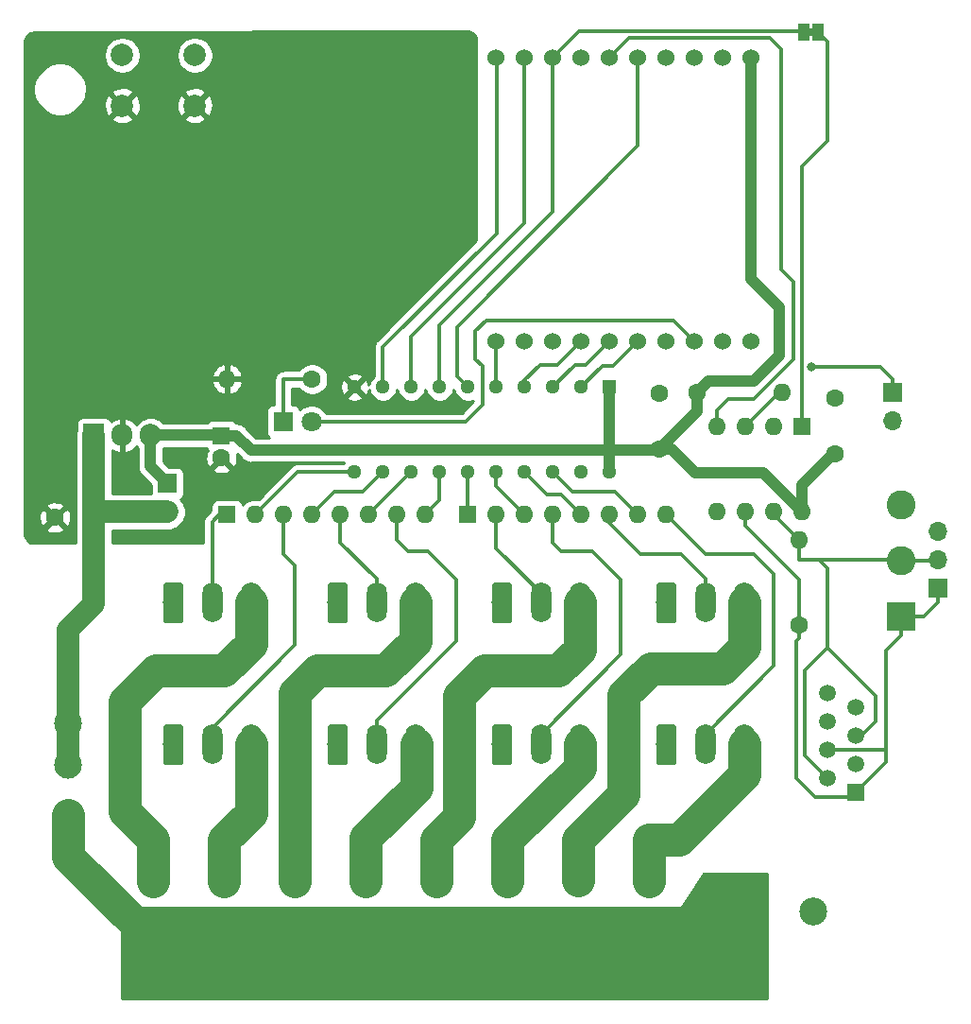
<source format=gbr>
G04 #@! TF.GenerationSoftware,KiCad,Pcbnew,(5.1.0)-1*
G04 #@! TF.CreationDate,2019-07-06T23:43:06-04:00*
G04 #@! TF.ProjectId,ESP32_Controller,45535033-325f-4436-9f6e-74726f6c6c65,v1.2*
G04 #@! TF.SameCoordinates,Original*
G04 #@! TF.FileFunction,Copper,L1,Top*
G04 #@! TF.FilePolarity,Positive*
%FSLAX46Y46*%
G04 Gerber Fmt 4.6, Leading zero omitted, Abs format (unit mm)*
G04 Created by KiCad (PCBNEW (5.1.0)-1) date 2019-07-06 23:43:06*
%MOMM*%
%LPD*%
G04 APERTURE LIST*
%ADD10C,0.100000*%
%ADD11R,1.000000X1.500000*%
%ADD12C,1.524000*%
%ADD13O,1.700000X1.700000*%
%ADD14R,1.700000X1.700000*%
%ADD15C,1.500000*%
%ADD16R,1.500000X1.500000*%
%ADD17O,1.600000X1.600000*%
%ADD18C,1.600000*%
%ADD19C,1.800000*%
%ADD20R,1.800000X1.800000*%
%ADD21C,2.000000*%
%ADD22R,1.600000X1.600000*%
%ADD23C,2.600000*%
%ADD24R,2.600000X2.600000*%
%ADD25O,1.905000X2.000000*%
%ADD26R,1.905000X2.000000*%
%ADD27O,3.500000X3.500000*%
%ADD28O,1.800000X3.600000*%
%ADD29C,2.475000*%
%ADD30C,1.295400*%
%ADD31R,1.295400X1.295400*%
%ADD32C,2.500000*%
%ADD33R,2.500000X2.500000*%
%ADD34C,0.800000*%
%ADD35C,3.000000*%
%ADD36C,1.000000*%
%ADD37C,2.000000*%
%ADD38C,0.350000*%
%ADD39C,0.254000*%
G04 APERTURE END LIST*
D10*
G36*
X187458400Y-46489900D02*
G01*
X186958400Y-46489900D01*
X186958400Y-45889900D01*
X187458400Y-45889900D01*
X187458400Y-46489900D01*
G37*
D11*
X186558400Y-46189900D03*
X187858400Y-46189900D03*
D12*
X181864000Y-73863200D03*
X179324000Y-73863200D03*
X176784000Y-73863200D03*
X174244000Y-73863200D03*
X171704000Y-73863200D03*
X169164000Y-73863200D03*
X166624000Y-73863200D03*
X164084000Y-73863200D03*
X161544000Y-73863200D03*
X159004000Y-73863200D03*
X159004000Y-48463200D03*
X161544000Y-48463200D03*
X164084000Y-48463200D03*
X166624000Y-48463200D03*
X169164000Y-48463200D03*
X171704000Y-48463200D03*
X174244000Y-48463200D03*
X176784000Y-48463200D03*
X179324000Y-48463200D03*
X181864000Y-48463200D03*
D13*
X198628000Y-90932000D03*
X198628000Y-93472000D03*
D14*
X198628000Y-96012000D03*
D15*
X188722000Y-105410000D03*
X191262000Y-106680000D03*
X188722000Y-107950000D03*
X191262000Y-109220000D03*
X188722000Y-110490000D03*
X191262000Y-111760000D03*
X188722000Y-113030000D03*
D16*
X191262000Y-114300000D03*
D17*
X184658000Y-78486000D03*
D18*
X177038000Y-78486000D03*
D19*
X142443200Y-81076800D03*
D20*
X139903200Y-81076800D03*
D17*
X134874000Y-77254100D03*
D18*
X142494000Y-77254100D03*
D14*
X194564000Y-78486000D03*
D13*
X194564000Y-81026000D03*
D21*
X125476000Y-52760000D03*
X125476000Y-48260000D03*
X131976000Y-52760000D03*
X131976000Y-48260000D03*
D17*
X186436000Y-89154000D03*
X178816000Y-81534000D03*
X183896000Y-89154000D03*
X181356000Y-81534000D03*
X181356000Y-89154000D03*
X183896000Y-81534000D03*
X178816000Y-89154000D03*
D22*
X186436000Y-81534000D03*
D17*
X186182000Y-91694000D03*
D18*
X186182000Y-99314000D03*
D23*
X195326000Y-88552000D03*
X195326000Y-93552000D03*
D24*
X195326000Y-98552000D03*
D18*
X189357000Y-78947000D03*
X189357000Y-83947000D03*
D25*
X128016000Y-82296000D03*
X125476000Y-82296000D03*
D26*
X122936000Y-82296000D03*
D27*
X125476000Y-65636000D03*
D28*
X137048000Y-109982000D03*
X133548000Y-109982000D03*
D10*
G36*
X130722504Y-108183204D02*
G01*
X130746773Y-108186804D01*
X130770571Y-108192765D01*
X130793671Y-108201030D01*
X130815849Y-108211520D01*
X130836893Y-108224133D01*
X130856598Y-108238747D01*
X130874777Y-108255223D01*
X130891253Y-108273402D01*
X130905867Y-108293107D01*
X130918480Y-108314151D01*
X130928970Y-108336329D01*
X130937235Y-108359429D01*
X130943196Y-108383227D01*
X130946796Y-108407496D01*
X130948000Y-108432000D01*
X130948000Y-111532000D01*
X130946796Y-111556504D01*
X130943196Y-111580773D01*
X130937235Y-111604571D01*
X130928970Y-111627671D01*
X130918480Y-111649849D01*
X130905867Y-111670893D01*
X130891253Y-111690598D01*
X130874777Y-111708777D01*
X130856598Y-111725253D01*
X130836893Y-111739867D01*
X130815849Y-111752480D01*
X130793671Y-111762970D01*
X130770571Y-111771235D01*
X130746773Y-111777196D01*
X130722504Y-111780796D01*
X130698000Y-111782000D01*
X129398000Y-111782000D01*
X129373496Y-111780796D01*
X129349227Y-111777196D01*
X129325429Y-111771235D01*
X129302329Y-111762970D01*
X129280151Y-111752480D01*
X129259107Y-111739867D01*
X129239402Y-111725253D01*
X129221223Y-111708777D01*
X129204747Y-111690598D01*
X129190133Y-111670893D01*
X129177520Y-111649849D01*
X129167030Y-111627671D01*
X129158765Y-111604571D01*
X129152804Y-111580773D01*
X129149204Y-111556504D01*
X129148000Y-111532000D01*
X129148000Y-108432000D01*
X129149204Y-108407496D01*
X129152804Y-108383227D01*
X129158765Y-108359429D01*
X129167030Y-108336329D01*
X129177520Y-108314151D01*
X129190133Y-108293107D01*
X129204747Y-108273402D01*
X129221223Y-108255223D01*
X129239402Y-108238747D01*
X129259107Y-108224133D01*
X129280151Y-108211520D01*
X129302329Y-108201030D01*
X129325429Y-108192765D01*
X129349227Y-108186804D01*
X129373496Y-108183204D01*
X129398000Y-108182000D01*
X130698000Y-108182000D01*
X130722504Y-108183204D01*
X130722504Y-108183204D01*
G37*
D19*
X130048000Y-109982000D03*
D28*
X166512000Y-109982000D03*
X163012000Y-109982000D03*
D10*
G36*
X160186504Y-108183204D02*
G01*
X160210773Y-108186804D01*
X160234571Y-108192765D01*
X160257671Y-108201030D01*
X160279849Y-108211520D01*
X160300893Y-108224133D01*
X160320598Y-108238747D01*
X160338777Y-108255223D01*
X160355253Y-108273402D01*
X160369867Y-108293107D01*
X160382480Y-108314151D01*
X160392970Y-108336329D01*
X160401235Y-108359429D01*
X160407196Y-108383227D01*
X160410796Y-108407496D01*
X160412000Y-108432000D01*
X160412000Y-111532000D01*
X160410796Y-111556504D01*
X160407196Y-111580773D01*
X160401235Y-111604571D01*
X160392970Y-111627671D01*
X160382480Y-111649849D01*
X160369867Y-111670893D01*
X160355253Y-111690598D01*
X160338777Y-111708777D01*
X160320598Y-111725253D01*
X160300893Y-111739867D01*
X160279849Y-111752480D01*
X160257671Y-111762970D01*
X160234571Y-111771235D01*
X160210773Y-111777196D01*
X160186504Y-111780796D01*
X160162000Y-111782000D01*
X158862000Y-111782000D01*
X158837496Y-111780796D01*
X158813227Y-111777196D01*
X158789429Y-111771235D01*
X158766329Y-111762970D01*
X158744151Y-111752480D01*
X158723107Y-111739867D01*
X158703402Y-111725253D01*
X158685223Y-111708777D01*
X158668747Y-111690598D01*
X158654133Y-111670893D01*
X158641520Y-111649849D01*
X158631030Y-111627671D01*
X158622765Y-111604571D01*
X158616804Y-111580773D01*
X158613204Y-111556504D01*
X158612000Y-111532000D01*
X158612000Y-108432000D01*
X158613204Y-108407496D01*
X158616804Y-108383227D01*
X158622765Y-108359429D01*
X158631030Y-108336329D01*
X158641520Y-108314151D01*
X158654133Y-108293107D01*
X158668747Y-108273402D01*
X158685223Y-108255223D01*
X158703402Y-108238747D01*
X158723107Y-108224133D01*
X158744151Y-108211520D01*
X158766329Y-108201030D01*
X158789429Y-108192765D01*
X158813227Y-108186804D01*
X158837496Y-108183204D01*
X158862000Y-108182000D01*
X160162000Y-108182000D01*
X160186504Y-108183204D01*
X160186504Y-108183204D01*
G37*
D19*
X159512000Y-109982000D03*
D28*
X151780000Y-109982000D03*
X148280000Y-109982000D03*
D10*
G36*
X145454504Y-108183204D02*
G01*
X145478773Y-108186804D01*
X145502571Y-108192765D01*
X145525671Y-108201030D01*
X145547849Y-108211520D01*
X145568893Y-108224133D01*
X145588598Y-108238747D01*
X145606777Y-108255223D01*
X145623253Y-108273402D01*
X145637867Y-108293107D01*
X145650480Y-108314151D01*
X145660970Y-108336329D01*
X145669235Y-108359429D01*
X145675196Y-108383227D01*
X145678796Y-108407496D01*
X145680000Y-108432000D01*
X145680000Y-111532000D01*
X145678796Y-111556504D01*
X145675196Y-111580773D01*
X145669235Y-111604571D01*
X145660970Y-111627671D01*
X145650480Y-111649849D01*
X145637867Y-111670893D01*
X145623253Y-111690598D01*
X145606777Y-111708777D01*
X145588598Y-111725253D01*
X145568893Y-111739867D01*
X145547849Y-111752480D01*
X145525671Y-111762970D01*
X145502571Y-111771235D01*
X145478773Y-111777196D01*
X145454504Y-111780796D01*
X145430000Y-111782000D01*
X144130000Y-111782000D01*
X144105496Y-111780796D01*
X144081227Y-111777196D01*
X144057429Y-111771235D01*
X144034329Y-111762970D01*
X144012151Y-111752480D01*
X143991107Y-111739867D01*
X143971402Y-111725253D01*
X143953223Y-111708777D01*
X143936747Y-111690598D01*
X143922133Y-111670893D01*
X143909520Y-111649849D01*
X143899030Y-111627671D01*
X143890765Y-111604571D01*
X143884804Y-111580773D01*
X143881204Y-111556504D01*
X143880000Y-111532000D01*
X143880000Y-108432000D01*
X143881204Y-108407496D01*
X143884804Y-108383227D01*
X143890765Y-108359429D01*
X143899030Y-108336329D01*
X143909520Y-108314151D01*
X143922133Y-108293107D01*
X143936747Y-108273402D01*
X143953223Y-108255223D01*
X143971402Y-108238747D01*
X143991107Y-108224133D01*
X144012151Y-108211520D01*
X144034329Y-108201030D01*
X144057429Y-108192765D01*
X144081227Y-108186804D01*
X144105496Y-108183204D01*
X144130000Y-108182000D01*
X145430000Y-108182000D01*
X145454504Y-108183204D01*
X145454504Y-108183204D01*
G37*
D19*
X144780000Y-109982000D03*
D28*
X181244000Y-109982000D03*
X177744000Y-109982000D03*
D10*
G36*
X174918504Y-108183204D02*
G01*
X174942773Y-108186804D01*
X174966571Y-108192765D01*
X174989671Y-108201030D01*
X175011849Y-108211520D01*
X175032893Y-108224133D01*
X175052598Y-108238747D01*
X175070777Y-108255223D01*
X175087253Y-108273402D01*
X175101867Y-108293107D01*
X175114480Y-108314151D01*
X175124970Y-108336329D01*
X175133235Y-108359429D01*
X175139196Y-108383227D01*
X175142796Y-108407496D01*
X175144000Y-108432000D01*
X175144000Y-111532000D01*
X175142796Y-111556504D01*
X175139196Y-111580773D01*
X175133235Y-111604571D01*
X175124970Y-111627671D01*
X175114480Y-111649849D01*
X175101867Y-111670893D01*
X175087253Y-111690598D01*
X175070777Y-111708777D01*
X175052598Y-111725253D01*
X175032893Y-111739867D01*
X175011849Y-111752480D01*
X174989671Y-111762970D01*
X174966571Y-111771235D01*
X174942773Y-111777196D01*
X174918504Y-111780796D01*
X174894000Y-111782000D01*
X173594000Y-111782000D01*
X173569496Y-111780796D01*
X173545227Y-111777196D01*
X173521429Y-111771235D01*
X173498329Y-111762970D01*
X173476151Y-111752480D01*
X173455107Y-111739867D01*
X173435402Y-111725253D01*
X173417223Y-111708777D01*
X173400747Y-111690598D01*
X173386133Y-111670893D01*
X173373520Y-111649849D01*
X173363030Y-111627671D01*
X173354765Y-111604571D01*
X173348804Y-111580773D01*
X173345204Y-111556504D01*
X173344000Y-111532000D01*
X173344000Y-108432000D01*
X173345204Y-108407496D01*
X173348804Y-108383227D01*
X173354765Y-108359429D01*
X173363030Y-108336329D01*
X173373520Y-108314151D01*
X173386133Y-108293107D01*
X173400747Y-108273402D01*
X173417223Y-108255223D01*
X173435402Y-108238747D01*
X173455107Y-108224133D01*
X173476151Y-108211520D01*
X173498329Y-108201030D01*
X173521429Y-108192765D01*
X173545227Y-108186804D01*
X173569496Y-108183204D01*
X173594000Y-108182000D01*
X174894000Y-108182000D01*
X174918504Y-108183204D01*
X174918504Y-108183204D01*
G37*
D19*
X174244000Y-109982000D03*
D17*
X174244000Y-89408000D03*
X171704000Y-89408000D03*
X169164000Y-89408000D03*
X166624000Y-89408000D03*
X164084000Y-89408000D03*
X161544000Y-89408000D03*
X159004000Y-89408000D03*
D22*
X156464000Y-89408000D03*
D17*
X152654000Y-89408000D03*
X150114000Y-89408000D03*
X147574000Y-89408000D03*
X145034000Y-89408000D03*
X142494000Y-89408000D03*
X139954000Y-89408000D03*
X137414000Y-89408000D03*
D22*
X134874000Y-89408000D03*
D18*
X173609000Y-78566000D03*
X173609000Y-83566000D03*
X119436000Y-89662000D03*
D22*
X122936000Y-89662000D03*
D29*
X120650000Y-108096000D03*
X120650000Y-119996000D03*
X120650000Y-111796000D03*
X120650000Y-116296000D03*
D13*
X129540000Y-89154000D03*
D14*
X129540000Y-86614000D03*
D30*
X169164000Y-85598000D03*
X166624000Y-85598000D03*
X164084000Y-85598000D03*
X161544000Y-85598000D03*
X159004000Y-85598000D03*
X156464000Y-85598000D03*
X153924000Y-85598000D03*
X151384000Y-85598000D03*
X148844000Y-85598000D03*
X146304000Y-85598000D03*
X146304000Y-77978000D03*
X148844000Y-77978000D03*
X151384000Y-77978000D03*
X153924000Y-77978000D03*
X156464000Y-77978000D03*
X159004000Y-77978000D03*
X161544000Y-77978000D03*
X164084000Y-77978000D03*
X166624000Y-77978000D03*
D31*
X169164000Y-77978000D03*
D29*
X128270000Y-118510000D03*
X128270000Y-130410000D03*
X128270000Y-122210000D03*
X128270000Y-126710000D03*
D28*
X181244000Y-97282000D03*
X177744000Y-97282000D03*
D10*
G36*
X174918504Y-95483204D02*
G01*
X174942773Y-95486804D01*
X174966571Y-95492765D01*
X174989671Y-95501030D01*
X175011849Y-95511520D01*
X175032893Y-95524133D01*
X175052598Y-95538747D01*
X175070777Y-95555223D01*
X175087253Y-95573402D01*
X175101867Y-95593107D01*
X175114480Y-95614151D01*
X175124970Y-95636329D01*
X175133235Y-95659429D01*
X175139196Y-95683227D01*
X175142796Y-95707496D01*
X175144000Y-95732000D01*
X175144000Y-98832000D01*
X175142796Y-98856504D01*
X175139196Y-98880773D01*
X175133235Y-98904571D01*
X175124970Y-98927671D01*
X175114480Y-98949849D01*
X175101867Y-98970893D01*
X175087253Y-98990598D01*
X175070777Y-99008777D01*
X175052598Y-99025253D01*
X175032893Y-99039867D01*
X175011849Y-99052480D01*
X174989671Y-99062970D01*
X174966571Y-99071235D01*
X174942773Y-99077196D01*
X174918504Y-99080796D01*
X174894000Y-99082000D01*
X173594000Y-99082000D01*
X173569496Y-99080796D01*
X173545227Y-99077196D01*
X173521429Y-99071235D01*
X173498329Y-99062970D01*
X173476151Y-99052480D01*
X173455107Y-99039867D01*
X173435402Y-99025253D01*
X173417223Y-99008777D01*
X173400747Y-98990598D01*
X173386133Y-98970893D01*
X173373520Y-98949849D01*
X173363030Y-98927671D01*
X173354765Y-98904571D01*
X173348804Y-98880773D01*
X173345204Y-98856504D01*
X173344000Y-98832000D01*
X173344000Y-95732000D01*
X173345204Y-95707496D01*
X173348804Y-95683227D01*
X173354765Y-95659429D01*
X173363030Y-95636329D01*
X173373520Y-95614151D01*
X173386133Y-95593107D01*
X173400747Y-95573402D01*
X173417223Y-95555223D01*
X173435402Y-95538747D01*
X173455107Y-95524133D01*
X173476151Y-95511520D01*
X173498329Y-95501030D01*
X173521429Y-95492765D01*
X173545227Y-95486804D01*
X173569496Y-95483204D01*
X173594000Y-95482000D01*
X174894000Y-95482000D01*
X174918504Y-95483204D01*
X174918504Y-95483204D01*
G37*
D19*
X174244000Y-97282000D03*
D29*
X172720000Y-118510000D03*
X172720000Y-130410000D03*
X172720000Y-122210000D03*
X172720000Y-126710000D03*
X166370000Y-118510000D03*
X166370000Y-130410000D03*
X166370000Y-122210000D03*
X166370000Y-126710000D03*
X160020000Y-118510000D03*
X160020000Y-130410000D03*
X160020000Y-122210000D03*
X160020000Y-126710000D03*
X153670000Y-118510000D03*
X153670000Y-130410000D03*
X153670000Y-122210000D03*
X153670000Y-126710000D03*
X147320000Y-118510000D03*
X147320000Y-130410000D03*
X147320000Y-122210000D03*
X147320000Y-126710000D03*
X140970000Y-118510000D03*
X140970000Y-130410000D03*
X140970000Y-122210000D03*
X140970000Y-126710000D03*
X134620000Y-118510000D03*
X134620000Y-130410000D03*
X134620000Y-122210000D03*
X134620000Y-126710000D03*
D32*
X187452000Y-124968000D03*
D33*
X181102000Y-124968000D03*
D28*
X166512000Y-97282000D03*
X163012000Y-97282000D03*
D10*
G36*
X160186504Y-95483204D02*
G01*
X160210773Y-95486804D01*
X160234571Y-95492765D01*
X160257671Y-95501030D01*
X160279849Y-95511520D01*
X160300893Y-95524133D01*
X160320598Y-95538747D01*
X160338777Y-95555223D01*
X160355253Y-95573402D01*
X160369867Y-95593107D01*
X160382480Y-95614151D01*
X160392970Y-95636329D01*
X160401235Y-95659429D01*
X160407196Y-95683227D01*
X160410796Y-95707496D01*
X160412000Y-95732000D01*
X160412000Y-98832000D01*
X160410796Y-98856504D01*
X160407196Y-98880773D01*
X160401235Y-98904571D01*
X160392970Y-98927671D01*
X160382480Y-98949849D01*
X160369867Y-98970893D01*
X160355253Y-98990598D01*
X160338777Y-99008777D01*
X160320598Y-99025253D01*
X160300893Y-99039867D01*
X160279849Y-99052480D01*
X160257671Y-99062970D01*
X160234571Y-99071235D01*
X160210773Y-99077196D01*
X160186504Y-99080796D01*
X160162000Y-99082000D01*
X158862000Y-99082000D01*
X158837496Y-99080796D01*
X158813227Y-99077196D01*
X158789429Y-99071235D01*
X158766329Y-99062970D01*
X158744151Y-99052480D01*
X158723107Y-99039867D01*
X158703402Y-99025253D01*
X158685223Y-99008777D01*
X158668747Y-98990598D01*
X158654133Y-98970893D01*
X158641520Y-98949849D01*
X158631030Y-98927671D01*
X158622765Y-98904571D01*
X158616804Y-98880773D01*
X158613204Y-98856504D01*
X158612000Y-98832000D01*
X158612000Y-95732000D01*
X158613204Y-95707496D01*
X158616804Y-95683227D01*
X158622765Y-95659429D01*
X158631030Y-95636329D01*
X158641520Y-95614151D01*
X158654133Y-95593107D01*
X158668747Y-95573402D01*
X158685223Y-95555223D01*
X158703402Y-95538747D01*
X158723107Y-95524133D01*
X158744151Y-95511520D01*
X158766329Y-95501030D01*
X158789429Y-95492765D01*
X158813227Y-95486804D01*
X158837496Y-95483204D01*
X158862000Y-95482000D01*
X160162000Y-95482000D01*
X160186504Y-95483204D01*
X160186504Y-95483204D01*
G37*
D19*
X159512000Y-97282000D03*
D28*
X151780000Y-97282000D03*
X148280000Y-97282000D03*
D10*
G36*
X145454504Y-95483204D02*
G01*
X145478773Y-95486804D01*
X145502571Y-95492765D01*
X145525671Y-95501030D01*
X145547849Y-95511520D01*
X145568893Y-95524133D01*
X145588598Y-95538747D01*
X145606777Y-95555223D01*
X145623253Y-95573402D01*
X145637867Y-95593107D01*
X145650480Y-95614151D01*
X145660970Y-95636329D01*
X145669235Y-95659429D01*
X145675196Y-95683227D01*
X145678796Y-95707496D01*
X145680000Y-95732000D01*
X145680000Y-98832000D01*
X145678796Y-98856504D01*
X145675196Y-98880773D01*
X145669235Y-98904571D01*
X145660970Y-98927671D01*
X145650480Y-98949849D01*
X145637867Y-98970893D01*
X145623253Y-98990598D01*
X145606777Y-99008777D01*
X145588598Y-99025253D01*
X145568893Y-99039867D01*
X145547849Y-99052480D01*
X145525671Y-99062970D01*
X145502571Y-99071235D01*
X145478773Y-99077196D01*
X145454504Y-99080796D01*
X145430000Y-99082000D01*
X144130000Y-99082000D01*
X144105496Y-99080796D01*
X144081227Y-99077196D01*
X144057429Y-99071235D01*
X144034329Y-99062970D01*
X144012151Y-99052480D01*
X143991107Y-99039867D01*
X143971402Y-99025253D01*
X143953223Y-99008777D01*
X143936747Y-98990598D01*
X143922133Y-98970893D01*
X143909520Y-98949849D01*
X143899030Y-98927671D01*
X143890765Y-98904571D01*
X143884804Y-98880773D01*
X143881204Y-98856504D01*
X143880000Y-98832000D01*
X143880000Y-95732000D01*
X143881204Y-95707496D01*
X143884804Y-95683227D01*
X143890765Y-95659429D01*
X143899030Y-95636329D01*
X143909520Y-95614151D01*
X143922133Y-95593107D01*
X143936747Y-95573402D01*
X143953223Y-95555223D01*
X143971402Y-95538747D01*
X143991107Y-95524133D01*
X144012151Y-95511520D01*
X144034329Y-95501030D01*
X144057429Y-95492765D01*
X144081227Y-95486804D01*
X144105496Y-95483204D01*
X144130000Y-95482000D01*
X145430000Y-95482000D01*
X145454504Y-95483204D01*
X145454504Y-95483204D01*
G37*
D19*
X144780000Y-97282000D03*
D28*
X137048000Y-97282000D03*
X133548000Y-97282000D03*
D10*
G36*
X130722504Y-95483204D02*
G01*
X130746773Y-95486804D01*
X130770571Y-95492765D01*
X130793671Y-95501030D01*
X130815849Y-95511520D01*
X130836893Y-95524133D01*
X130856598Y-95538747D01*
X130874777Y-95555223D01*
X130891253Y-95573402D01*
X130905867Y-95593107D01*
X130918480Y-95614151D01*
X130928970Y-95636329D01*
X130937235Y-95659429D01*
X130943196Y-95683227D01*
X130946796Y-95707496D01*
X130948000Y-95732000D01*
X130948000Y-98832000D01*
X130946796Y-98856504D01*
X130943196Y-98880773D01*
X130937235Y-98904571D01*
X130928970Y-98927671D01*
X130918480Y-98949849D01*
X130905867Y-98970893D01*
X130891253Y-98990598D01*
X130874777Y-99008777D01*
X130856598Y-99025253D01*
X130836893Y-99039867D01*
X130815849Y-99052480D01*
X130793671Y-99062970D01*
X130770571Y-99071235D01*
X130746773Y-99077196D01*
X130722504Y-99080796D01*
X130698000Y-99082000D01*
X129398000Y-99082000D01*
X129373496Y-99080796D01*
X129349227Y-99077196D01*
X129325429Y-99071235D01*
X129302329Y-99062970D01*
X129280151Y-99052480D01*
X129259107Y-99039867D01*
X129239402Y-99025253D01*
X129221223Y-99008777D01*
X129204747Y-98990598D01*
X129190133Y-98970893D01*
X129177520Y-98949849D01*
X129167030Y-98927671D01*
X129158765Y-98904571D01*
X129152804Y-98880773D01*
X129149204Y-98856504D01*
X129148000Y-98832000D01*
X129148000Y-95732000D01*
X129149204Y-95707496D01*
X129152804Y-95683227D01*
X129158765Y-95659429D01*
X129167030Y-95636329D01*
X129177520Y-95614151D01*
X129190133Y-95593107D01*
X129204747Y-95573402D01*
X129221223Y-95555223D01*
X129239402Y-95538747D01*
X129259107Y-95524133D01*
X129280151Y-95511520D01*
X129302329Y-95501030D01*
X129325429Y-95492765D01*
X129349227Y-95486804D01*
X129373496Y-95483204D01*
X129398000Y-95482000D01*
X130698000Y-95482000D01*
X130722504Y-95483204D01*
X130722504Y-95483204D01*
G37*
D19*
X130048000Y-97282000D03*
D18*
X134366000Y-84328000D03*
D22*
X134366000Y-82328000D03*
D34*
X121285000Y-61595000D03*
X122555000Y-61595000D03*
X123825000Y-61595000D03*
X129540000Y-61595000D03*
X128270000Y-61595000D03*
X127000000Y-61595000D03*
X121285000Y-63500000D03*
X122555000Y-63500000D03*
X129540000Y-63500000D03*
X128270000Y-63500000D03*
X121285000Y-64770000D03*
X122555000Y-64770000D03*
X121285000Y-66040000D03*
X121285000Y-67310000D03*
X121285000Y-68580000D03*
X122555000Y-66040000D03*
X122555000Y-67310000D03*
X122555000Y-68580000D03*
X128270000Y-64770000D03*
X129540000Y-64770000D03*
X129540000Y-66040000D03*
X128270000Y-66040000D03*
X128270000Y-67310000D03*
X129540000Y-67310000D03*
X129540000Y-68580000D03*
X128270000Y-68580000D03*
X121285000Y-76200000D03*
X122555000Y-76200000D03*
X123825000Y-76200000D03*
X127000000Y-76200000D03*
X128270000Y-76200000D03*
X129540000Y-76200000D03*
X129540000Y-74930000D03*
X128270000Y-74930000D03*
X127000000Y-74930000D03*
X123825000Y-74930000D03*
X122555000Y-74930000D03*
X121285000Y-74930000D03*
X121285000Y-73660000D03*
X122555000Y-73660000D03*
X123825000Y-73660000D03*
X123825000Y-72390000D03*
X122555000Y-72390000D03*
X121285000Y-72390000D03*
X121285000Y-71120000D03*
X122555000Y-71120000D03*
X123825000Y-71120000D03*
X127000000Y-71120000D03*
X128270000Y-71120000D03*
X129540000Y-71120000D03*
X129540000Y-72390000D03*
X129540000Y-73660000D03*
X128270000Y-73660000D03*
X128270000Y-72390000D03*
X127000000Y-72390000D03*
X127000000Y-73660000D03*
X129540000Y-69850000D03*
X128270000Y-69850000D03*
X127000000Y-69850000D03*
X123825000Y-69850000D03*
X122555000Y-69850000D03*
X121285000Y-69850000D03*
X187248800Y-76149200D03*
D35*
X120650000Y-119996000D02*
X120650000Y-116296000D01*
X127364000Y-126710000D02*
X128270000Y-126710000D01*
X120650000Y-119996000D02*
X127364000Y-126710000D01*
D36*
X128016000Y-85090000D02*
X129540000Y-86614000D01*
X128016000Y-82296000D02*
X128016000Y-85090000D01*
X134334000Y-82296000D02*
X134366000Y-82328000D01*
X128016000Y-82296000D02*
X134334000Y-82296000D01*
X186436000Y-86741000D02*
X189230000Y-83947000D01*
X186436000Y-89154000D02*
X186436000Y-86741000D01*
X178054000Y-77470000D02*
X177038000Y-78486000D01*
X182118000Y-77470000D02*
X178054000Y-77470000D01*
X184404000Y-75184000D02*
X182118000Y-77470000D01*
X184404000Y-70866000D02*
X184404000Y-75184000D01*
X181864000Y-48514000D02*
X181864000Y-68326000D01*
X181864000Y-68326000D02*
X184404000Y-70866000D01*
X169164000Y-83617033D02*
X169164000Y-85598000D01*
X137007833Y-83617033D02*
X169164000Y-83617033D01*
X134366000Y-82328000D02*
X135718800Y-82328000D01*
X135718800Y-82328000D02*
X137007833Y-83617033D01*
X169164000Y-79625700D02*
X169164000Y-83617033D01*
X169164000Y-77978000D02*
X169164000Y-79625700D01*
X169164000Y-83617033D02*
X173025033Y-83617033D01*
X177038000Y-80137000D02*
X173609000Y-83566000D01*
X177038000Y-78486000D02*
X177038000Y-80137000D01*
X182943500Y-85661500D02*
X186436000Y-89154000D01*
X176835870Y-85661500D02*
X182943500Y-85661500D01*
X173609000Y-83566000D02*
X174740370Y-83566000D01*
X174740370Y-83566000D02*
X176835870Y-85661500D01*
D35*
X128270000Y-118510000D02*
X128270000Y-122210000D01*
X137048000Y-100950000D02*
X137048000Y-97282000D01*
X134620000Y-103378000D02*
X137048000Y-100950000D01*
X128524000Y-103378000D02*
X134620000Y-103378000D01*
X125730000Y-106172000D02*
X128524000Y-103378000D01*
X128270000Y-118510000D02*
X125730000Y-115970000D01*
X125730000Y-115970000D02*
X125730000Y-106172000D01*
X134620000Y-122210000D02*
X134620000Y-118510000D01*
X137048000Y-116082000D02*
X137048000Y-109982000D01*
X134620000Y-118510000D02*
X137048000Y-116082000D01*
X151780000Y-100696000D02*
X151780000Y-97282000D01*
X149098000Y-103378000D02*
X151780000Y-100696000D01*
X143002000Y-103378000D02*
X149098000Y-103378000D01*
X140970000Y-122210000D02*
X140970000Y-118510000D01*
X140970000Y-105410000D02*
X143002000Y-103378000D01*
X140970000Y-118510000D02*
X140970000Y-105410000D01*
X147320000Y-122210000D02*
X147320000Y-118510000D01*
X151836000Y-113848000D02*
X151836000Y-109982000D01*
X147320000Y-118510000D02*
X147320000Y-118364000D01*
X147320000Y-118364000D02*
X151836000Y-113848000D01*
X160020000Y-122210000D02*
X160020000Y-118510000D01*
X166512000Y-112018000D02*
X166512000Y-109982000D01*
X160020000Y-118510000D02*
X166512000Y-112018000D01*
X166370000Y-122174000D02*
X166370000Y-118474000D01*
X181244000Y-101229400D02*
X181244000Y-97282000D01*
X179298600Y-103174800D02*
X181244000Y-101229400D01*
X172831301Y-103174800D02*
X179298600Y-103174800D01*
X170434000Y-105572101D02*
X172831301Y-103174800D01*
X166370000Y-118474000D02*
X170434000Y-114410000D01*
X170434000Y-114410000D02*
X170434000Y-105572101D01*
X172720000Y-122210000D02*
X172720000Y-118510000D01*
X181244000Y-112634000D02*
X181244000Y-109982000D01*
X172720000Y-118510000D02*
X175368000Y-118510000D01*
X175368000Y-118510000D02*
X181244000Y-112634000D01*
D37*
X123444000Y-89154000D02*
X122936000Y-89662000D01*
X129540000Y-89154000D02*
X123444000Y-89154000D01*
X120650000Y-111796000D02*
X120650000Y-108096000D01*
X122936000Y-82296000D02*
X122936000Y-89662000D01*
X122936000Y-97409000D02*
X122936000Y-89662000D01*
X120650000Y-108096000D02*
X120650000Y-99695000D01*
X120650000Y-99695000D02*
X122936000Y-97409000D01*
D38*
X144526000Y-87376000D02*
X142494000Y-89408000D01*
X148844000Y-85598000D02*
X147066000Y-87376000D01*
X147066000Y-87376000D02*
X144526000Y-87376000D01*
X141224000Y-85598000D02*
X137414000Y-89408000D01*
X146304000Y-85598000D02*
X141224000Y-85598000D01*
X159004000Y-86868000D02*
X161544000Y-89408000D01*
X159004000Y-85598000D02*
X159004000Y-86868000D01*
X156464000Y-88258000D02*
X156464000Y-85598000D01*
X156464000Y-89408000D02*
X156464000Y-88258000D01*
X153924000Y-88138000D02*
X153924000Y-85598000D01*
X152654000Y-89408000D02*
X153924000Y-88138000D01*
X151384000Y-85598000D02*
X147574000Y-89408000D01*
X165862000Y-87376000D02*
X164084000Y-85598000D01*
X171704000Y-89408000D02*
X169672000Y-87376000D01*
X169672000Y-87376000D02*
X165862000Y-87376000D01*
X164846000Y-87630000D02*
X166624000Y-89408000D01*
X161544000Y-85598000D02*
X163576000Y-87630000D01*
X163576000Y-87630000D02*
X164846000Y-87630000D01*
X139954000Y-81026000D02*
X139903200Y-81076800D01*
X139903200Y-81076800D02*
X139903200Y-77304900D01*
X139954000Y-77254100D02*
X139903200Y-77304900D01*
X142494000Y-77254100D02*
X139954000Y-77254100D01*
X159016700Y-48475900D02*
X159004000Y-48463200D01*
X159016700Y-64185800D02*
X159016700Y-48475900D01*
X148844000Y-77978000D02*
X148844000Y-74358500D01*
X148844000Y-74358500D02*
X159016700Y-64185800D01*
X183896000Y-89408000D02*
X186182000Y-91694000D01*
X183896000Y-89154000D02*
X183896000Y-89408000D01*
X195326000Y-93806000D02*
X195119000Y-93599000D01*
X186182000Y-93472000D02*
X186182000Y-91694000D01*
X187960000Y-93472000D02*
X186182000Y-93472000D01*
X193407523Y-93472000D02*
X187960000Y-93472000D01*
X195326000Y-93552000D02*
X195246000Y-93472000D01*
X195246000Y-93472000D02*
X193407523Y-93472000D01*
X198548000Y-93552000D02*
X198628000Y-93472000D01*
X195326000Y-93552000D02*
X198548000Y-93552000D01*
X188722000Y-94234000D02*
X187960000Y-93472000D01*
X188722000Y-100838000D02*
X188722000Y-94234000D01*
X188722000Y-101346000D02*
X188722000Y-100838000D01*
X193040000Y-105664000D02*
X188722000Y-101346000D01*
X193040000Y-107950000D02*
X193040000Y-105664000D01*
X191262000Y-109220000D02*
X191770000Y-109220000D01*
X191770000Y-109220000D02*
X193040000Y-107950000D01*
X186690000Y-103378000D02*
X188722000Y-101346000D01*
X188722000Y-113030000D02*
X186690000Y-110998000D01*
X186690000Y-110998000D02*
X186690000Y-103378000D01*
X181356000Y-89154000D02*
X181356000Y-90424000D01*
X186182000Y-95250000D02*
X186182000Y-99314000D01*
X181356000Y-90424000D02*
X186182000Y-95250000D01*
X195326000Y-98806000D02*
X194818000Y-99314000D01*
X198628000Y-97212000D02*
X198628000Y-96012000D01*
X197288000Y-98552000D02*
X198628000Y-97212000D01*
X195326000Y-98552000D02*
X197288000Y-98552000D01*
X195326000Y-100202000D02*
X195326000Y-98552000D01*
X193929000Y-110490000D02*
X193929000Y-101599000D01*
X193929000Y-101599000D02*
X195326000Y-100202000D01*
X193929000Y-110490000D02*
X188722000Y-110490000D01*
X191219000Y-114300000D02*
X193929000Y-111590000D01*
X193929000Y-111590000D02*
X193929000Y-110490000D01*
X190881000Y-114681000D02*
X191262000Y-114300000D01*
X187579000Y-114681000D02*
X190881000Y-114681000D01*
X185928000Y-113030000D02*
X187579000Y-114681000D01*
X185928000Y-100699370D02*
X185928000Y-113030000D01*
X186182000Y-99314000D02*
X186182000Y-100445370D01*
X186182000Y-100445370D02*
X185928000Y-100699370D01*
X194564000Y-77286000D02*
X194564000Y-78486000D01*
X193427200Y-76149200D02*
X194564000Y-77286000D01*
X187248800Y-76149200D02*
X193427200Y-76149200D01*
X143715992Y-81076800D02*
X142443200Y-81076800D01*
X156235400Y-81076800D02*
X143715992Y-81076800D01*
X174891700Y-71970900D02*
X158115000Y-71970900D01*
X157746700Y-79565500D02*
X156235400Y-81076800D01*
X176784000Y-73863200D02*
X174891700Y-71970900D01*
X158115000Y-71970900D02*
X157137100Y-72948800D01*
X157137100Y-72948800D02*
X157137100Y-75463400D01*
X157137100Y-75463400D02*
X157746700Y-76073000D01*
X157746700Y-76073000D02*
X157746700Y-79565500D01*
X169481500Y-76085700D02*
X171704000Y-73863200D01*
X166624000Y-77978000D02*
X168516300Y-76085700D01*
X168516300Y-76085700D02*
X169481500Y-76085700D01*
X168770772Y-73863200D02*
X169164000Y-73863200D01*
X167005000Y-76022200D02*
X169164000Y-73863200D01*
X164084000Y-77978000D02*
X166039800Y-76022200D01*
X166039800Y-76022200D02*
X167005000Y-76022200D01*
X165862001Y-74625199D02*
X166624000Y-73863200D01*
X164477700Y-76009500D02*
X165862001Y-74625199D01*
X162902900Y-76009500D02*
X164477700Y-76009500D01*
X161544000Y-77978000D02*
X161544000Y-77368400D01*
X161544000Y-77368400D02*
X162902900Y-76009500D01*
X183540400Y-46736000D02*
X170891200Y-46736000D01*
X184531000Y-67437000D02*
X184531000Y-47726600D01*
X178816000Y-80073500D02*
X179832000Y-79057500D01*
X178816000Y-81534000D02*
X178816000Y-80073500D01*
X184531000Y-47726600D02*
X183540400Y-46736000D01*
X179832000Y-79057500D02*
X182105300Y-79057500D01*
X170891200Y-46736000D02*
X169164000Y-48463200D01*
X182105300Y-79057500D02*
X185639266Y-75523534D01*
X185639266Y-75523534D02*
X185639266Y-68545266D01*
X185639266Y-68545266D02*
X184531000Y-67437000D01*
X171704000Y-49540830D02*
X171704000Y-48463200D01*
X171704000Y-56362600D02*
X171704000Y-49540830D01*
X155460700Y-72605900D02*
X171704000Y-56362600D01*
X156464000Y-77978000D02*
X155460700Y-76974700D01*
X155460700Y-76974700D02*
X155460700Y-72605900D01*
X134162800Y-89408000D02*
X134874000Y-89408000D01*
X133548000Y-97282000D02*
X133548000Y-90022800D01*
X133548000Y-90022800D02*
X134162800Y-89408000D01*
X139954000Y-92964000D02*
X139954000Y-89408000D01*
X140970000Y-93980000D02*
X139954000Y-92964000D01*
X140970000Y-101092000D02*
X140970000Y-93980000D01*
X133548000Y-109982000D02*
X133548000Y-108514000D01*
X133548000Y-108514000D02*
X140970000Y-101092000D01*
X145034000Y-91886000D02*
X145034000Y-89408000D01*
X148280000Y-97282000D02*
X148280000Y-95132000D01*
X148280000Y-95132000D02*
X145034000Y-91886000D01*
X148336000Y-107832000D02*
X155448000Y-100720000D01*
X148336000Y-109982000D02*
X148336000Y-107832000D01*
X155448000Y-100720000D02*
X155448000Y-95250000D01*
X155448000Y-95250000D02*
X152908000Y-92710000D01*
X152908000Y-92710000D02*
X151130000Y-92710000D01*
X150114000Y-91694000D02*
X150114000Y-89408000D01*
X150114000Y-91694000D02*
X151130000Y-92710000D01*
X163012000Y-96382000D02*
X159004000Y-92374000D01*
X163012000Y-97282000D02*
X163012000Y-96382000D01*
X159004000Y-92374000D02*
X159004000Y-89408000D01*
X163012000Y-109082000D02*
X170180000Y-101914000D01*
X163012000Y-109982000D02*
X163012000Y-109082000D01*
X164084000Y-91948000D02*
X164084000Y-89408000D01*
X170180000Y-101914000D02*
X170180000Y-95250000D01*
X170180000Y-95250000D02*
X167640000Y-92710000D01*
X167640000Y-92710000D02*
X164846000Y-92710000D01*
X164846000Y-92710000D02*
X164084000Y-91948000D01*
X169164000Y-90170000D02*
X169164000Y-89408000D01*
X171958000Y-92964000D02*
X169164000Y-90170000D01*
X175576000Y-92964000D02*
X171958000Y-92964000D01*
X177744000Y-97282000D02*
X177744000Y-95132000D01*
X177744000Y-95132000D02*
X175576000Y-92964000D01*
X177744000Y-109082000D02*
X177744000Y-109982000D01*
X183896000Y-102930000D02*
X177744000Y-109082000D01*
X183896000Y-94742000D02*
X183896000Y-102930000D01*
X182118000Y-92964000D02*
X183896000Y-94742000D01*
X174244000Y-89408000D02*
X177800000Y-92964000D01*
X177800000Y-92964000D02*
X182118000Y-92964000D01*
X159004000Y-73863200D02*
X159004000Y-74345800D01*
X159004000Y-77062014D02*
X159004000Y-73863200D01*
X159004000Y-77978000D02*
X159004000Y-77062014D01*
X161544000Y-48209200D02*
X161544000Y-48463200D01*
X151384000Y-73456800D02*
X151384000Y-77978000D01*
X161544000Y-48463200D02*
X161544000Y-63296800D01*
X161544000Y-63296800D02*
X151384000Y-73456800D01*
X188722000Y-47053500D02*
X187858400Y-46189900D01*
X188722000Y-55956200D02*
X188722000Y-47053500D01*
X186436000Y-81534000D02*
X186436000Y-58242200D01*
X186436000Y-58242200D02*
X188722000Y-55956200D01*
X184404000Y-78486000D02*
X181356000Y-81534000D01*
X184658000Y-78486000D02*
X184404000Y-78486000D01*
D35*
X166512000Y-101458000D02*
X166512000Y-97282000D01*
X164592000Y-103378000D02*
X166512000Y-101458000D01*
X157988000Y-103378000D02*
X164592000Y-103378000D01*
X155702000Y-105664000D02*
X157988000Y-103378000D01*
X155702000Y-116478000D02*
X155702000Y-105664000D01*
X153670000Y-122210000D02*
X153670000Y-118510000D01*
X153670000Y-118510000D02*
X155702000Y-116478000D01*
D38*
X164084000Y-62293500D02*
X164084000Y-48463200D01*
X153924000Y-77978000D02*
X153924000Y-72453500D01*
X153924000Y-72453500D02*
X164084000Y-62293500D01*
X186469500Y-46101000D02*
X186558400Y-46189900D01*
X164084000Y-48463200D02*
X166446200Y-46101000D01*
X166446200Y-46101000D02*
X186469500Y-46101000D01*
D39*
G36*
X183261000Y-132690000D02*
G01*
X125476000Y-132690000D01*
X125476000Y-124587000D01*
X175514000Y-124587000D01*
X175538776Y-124584560D01*
X175562601Y-124577333D01*
X175584557Y-124565597D01*
X175603803Y-124549803D01*
X175619670Y-124530447D01*
X177613968Y-121539000D01*
X183261000Y-121539000D01*
X183261000Y-132690000D01*
X183261000Y-132690000D01*
G37*
X183261000Y-132690000D02*
X125476000Y-132690000D01*
X125476000Y-124587000D01*
X175514000Y-124587000D01*
X175538776Y-124584560D01*
X175562601Y-124577333D01*
X175584557Y-124565597D01*
X175603803Y-124549803D01*
X175619670Y-124530447D01*
X177613968Y-121539000D01*
X183261000Y-121539000D01*
X183261000Y-132690000D01*
G36*
X156520861Y-46121039D02*
G01*
X156684961Y-46170365D01*
X156836257Y-46250817D01*
X156968904Y-46359290D01*
X157077794Y-46491605D01*
X157158716Y-46642646D01*
X157208554Y-46806594D01*
X157226000Y-46983371D01*
X157226000Y-64830987D01*
X148299383Y-73757605D01*
X148268473Y-73782972D01*
X148243108Y-73813880D01*
X148167251Y-73906311D01*
X148092038Y-74047027D01*
X148045721Y-74199713D01*
X148030081Y-74358500D01*
X148034001Y-74398298D01*
X148034000Y-76976535D01*
X148026327Y-76981662D01*
X147847662Y-77160327D01*
X147707286Y-77370414D01*
X147610594Y-77603850D01*
X147573206Y-77791808D01*
X147550975Y-77651916D01*
X147463399Y-77414908D01*
X147416321Y-77326832D01*
X147187882Y-77273723D01*
X146483605Y-77978000D01*
X147187882Y-78682277D01*
X147416321Y-78629168D01*
X147521985Y-78399653D01*
X147575556Y-78176005D01*
X147610594Y-78352150D01*
X147707286Y-78585586D01*
X147847662Y-78795673D01*
X148026327Y-78974338D01*
X148236414Y-79114714D01*
X148469850Y-79211406D01*
X148717665Y-79260700D01*
X148970335Y-79260700D01*
X149218150Y-79211406D01*
X149451586Y-79114714D01*
X149661673Y-78974338D01*
X149840338Y-78795673D01*
X149980714Y-78585586D01*
X150077406Y-78352150D01*
X150114000Y-78168182D01*
X150150594Y-78352150D01*
X150247286Y-78585586D01*
X150387662Y-78795673D01*
X150566327Y-78974338D01*
X150776414Y-79114714D01*
X151009850Y-79211406D01*
X151257665Y-79260700D01*
X151510335Y-79260700D01*
X151758150Y-79211406D01*
X151991586Y-79114714D01*
X152201673Y-78974338D01*
X152380338Y-78795673D01*
X152520714Y-78585586D01*
X152617406Y-78352150D01*
X152654000Y-78168182D01*
X152690594Y-78352150D01*
X152787286Y-78585586D01*
X152927662Y-78795673D01*
X153106327Y-78974338D01*
X153316414Y-79114714D01*
X153549850Y-79211406D01*
X153797665Y-79260700D01*
X154050335Y-79260700D01*
X154298150Y-79211406D01*
X154531586Y-79114714D01*
X154741673Y-78974338D01*
X154920338Y-78795673D01*
X155060714Y-78585586D01*
X155157406Y-78352150D01*
X155194000Y-78168182D01*
X155230594Y-78352150D01*
X155327286Y-78585586D01*
X155467662Y-78795673D01*
X155646327Y-78974338D01*
X155856414Y-79114714D01*
X156089850Y-79211406D01*
X156337665Y-79260700D01*
X156590335Y-79260700D01*
X156838150Y-79211406D01*
X156936701Y-79170585D01*
X156936701Y-79229986D01*
X155899888Y-80266800D01*
X143748104Y-80266800D01*
X143635512Y-80098295D01*
X143421705Y-79884488D01*
X143170295Y-79716501D01*
X142890943Y-79600789D01*
X142594384Y-79541800D01*
X142292016Y-79541800D01*
X141995457Y-79600789D01*
X141716105Y-79716501D01*
X141464695Y-79884488D01*
X141398256Y-79950927D01*
X141392702Y-79932620D01*
X141333737Y-79822306D01*
X141254385Y-79725615D01*
X141157694Y-79646263D01*
X141047380Y-79587298D01*
X140927682Y-79550988D01*
X140803200Y-79538728D01*
X140713200Y-79538728D01*
X140713200Y-78861882D01*
X145599723Y-78861882D01*
X145652832Y-79090321D01*
X145882347Y-79195985D01*
X146128066Y-79254843D01*
X146380546Y-79264631D01*
X146630084Y-79224975D01*
X146867092Y-79137399D01*
X146955168Y-79090321D01*
X147008277Y-78861882D01*
X146304000Y-78157605D01*
X145599723Y-78861882D01*
X140713200Y-78861882D01*
X140713200Y-78064100D01*
X141309365Y-78064100D01*
X141379363Y-78168859D01*
X141579241Y-78368737D01*
X141814273Y-78525780D01*
X142075426Y-78633953D01*
X142352665Y-78689100D01*
X142635335Y-78689100D01*
X142912574Y-78633953D01*
X143173727Y-78525780D01*
X143408759Y-78368737D01*
X143608637Y-78168859D01*
X143685018Y-78054546D01*
X145017369Y-78054546D01*
X145057025Y-78304084D01*
X145144601Y-78541092D01*
X145191679Y-78629168D01*
X145420118Y-78682277D01*
X146124395Y-77978000D01*
X145420118Y-77273723D01*
X145191679Y-77326832D01*
X145086015Y-77556347D01*
X145027157Y-77802066D01*
X145017369Y-78054546D01*
X143685018Y-78054546D01*
X143765680Y-77933827D01*
X143873853Y-77672674D01*
X143929000Y-77395435D01*
X143929000Y-77112765D01*
X143925291Y-77094118D01*
X145599723Y-77094118D01*
X146304000Y-77798395D01*
X147008277Y-77094118D01*
X146955168Y-76865679D01*
X146725653Y-76760015D01*
X146479934Y-76701157D01*
X146227454Y-76691369D01*
X145977916Y-76731025D01*
X145740908Y-76818601D01*
X145652832Y-76865679D01*
X145599723Y-77094118D01*
X143925291Y-77094118D01*
X143873853Y-76835526D01*
X143765680Y-76574373D01*
X143608637Y-76339341D01*
X143408759Y-76139463D01*
X143173727Y-75982420D01*
X142912574Y-75874247D01*
X142635335Y-75819100D01*
X142352665Y-75819100D01*
X142075426Y-75874247D01*
X141814273Y-75982420D01*
X141579241Y-76139463D01*
X141379363Y-76339341D01*
X141309365Y-76444100D01*
X139993787Y-76444100D01*
X139953999Y-76440181D01*
X139914211Y-76444100D01*
X139914209Y-76444100D01*
X139795212Y-76455820D01*
X139642527Y-76502137D01*
X139501811Y-76577351D01*
X139378472Y-76678572D01*
X139355572Y-76706476D01*
X139327673Y-76729372D01*
X139282052Y-76784961D01*
X139226451Y-76852711D01*
X139151238Y-76993427D01*
X139108751Y-77133488D01*
X139104921Y-77146113D01*
X139089281Y-77304900D01*
X139093201Y-77344698D01*
X139093200Y-79538728D01*
X139003200Y-79538728D01*
X138878718Y-79550988D01*
X138759020Y-79587298D01*
X138648706Y-79646263D01*
X138552015Y-79725615D01*
X138472663Y-79822306D01*
X138413698Y-79932620D01*
X138377388Y-80052318D01*
X138365128Y-80176800D01*
X138365128Y-81976800D01*
X138377388Y-82101282D01*
X138413698Y-82220980D01*
X138472663Y-82331294D01*
X138552015Y-82427985D01*
X138617873Y-82482033D01*
X137477965Y-82482033D01*
X136560796Y-81564865D01*
X136525249Y-81521551D01*
X136352423Y-81379716D01*
X136155247Y-81274324D01*
X135941299Y-81209423D01*
X135774552Y-81193000D01*
X135774551Y-81193000D01*
X135718800Y-81187509D01*
X135704761Y-81188892D01*
X135696537Y-81173506D01*
X135617185Y-81076815D01*
X135520494Y-80997463D01*
X135410180Y-80938498D01*
X135290482Y-80902188D01*
X135166000Y-80889928D01*
X133566000Y-80889928D01*
X133441518Y-80902188D01*
X133321820Y-80938498D01*
X133211506Y-80997463D01*
X133114815Y-81076815D01*
X133045726Y-81161000D01*
X129177170Y-81161000D01*
X129143963Y-81120537D01*
X128902234Y-80922155D01*
X128626448Y-80774745D01*
X128327203Y-80683970D01*
X128016000Y-80653319D01*
X127704796Y-80683970D01*
X127405551Y-80774745D01*
X127129765Y-80922155D01*
X126888037Y-81120537D01*
X126740838Y-81299900D01*
X126585437Y-81114685D01*
X126342923Y-80920031D01*
X126067094Y-80776429D01*
X125848980Y-80705437D01*
X125603000Y-80825406D01*
X125603000Y-82169000D01*
X125623000Y-82169000D01*
X125623000Y-82423000D01*
X125603000Y-82423000D01*
X125603000Y-83766594D01*
X125848980Y-83886563D01*
X126067094Y-83815571D01*
X126342923Y-83671969D01*
X126585437Y-83477315D01*
X126740837Y-83292101D01*
X126881000Y-83462889D01*
X126881001Y-85034239D01*
X126875509Y-85090000D01*
X126897423Y-85312498D01*
X126962324Y-85526446D01*
X127011384Y-85618230D01*
X127067717Y-85723623D01*
X127209552Y-85896449D01*
X127252860Y-85931991D01*
X128051928Y-86731060D01*
X128051928Y-87464000D01*
X128057345Y-87519000D01*
X124571000Y-87519000D01*
X124571000Y-83641406D01*
X124609077Y-83671969D01*
X124884906Y-83815571D01*
X125103020Y-83886563D01*
X125349000Y-83766594D01*
X125349000Y-82423000D01*
X125329000Y-82423000D01*
X125329000Y-82169000D01*
X125349000Y-82169000D01*
X125349000Y-80825406D01*
X125103020Y-80705437D01*
X124884906Y-80776429D01*
X124609077Y-80920031D01*
X124468059Y-81033219D01*
X124419037Y-80941506D01*
X124339685Y-80844815D01*
X124242994Y-80765463D01*
X124132680Y-80706498D01*
X124012982Y-80670188D01*
X123888500Y-80657928D01*
X122985131Y-80657928D01*
X122936000Y-80653089D01*
X122886869Y-80657928D01*
X121983500Y-80657928D01*
X121859018Y-80670188D01*
X121739320Y-80706498D01*
X121629006Y-80765463D01*
X121532315Y-80844815D01*
X121452963Y-80941506D01*
X121393998Y-81051820D01*
X121357688Y-81171518D01*
X121345428Y-81296000D01*
X121345428Y-81907012D01*
X121324657Y-81975485D01*
X121301000Y-82215679D01*
X121301001Y-89581671D01*
X121293089Y-89662000D01*
X121301001Y-89742329D01*
X121301001Y-91933312D01*
X117594972Y-91944857D01*
X117418139Y-91927961D01*
X117254039Y-91878635D01*
X117102743Y-91798183D01*
X116970096Y-91689710D01*
X116861206Y-91557395D01*
X116780284Y-91406354D01*
X116730446Y-91242406D01*
X116713000Y-91065629D01*
X116713000Y-90654702D01*
X118622903Y-90654702D01*
X118694486Y-90898671D01*
X118949996Y-91019571D01*
X119224184Y-91088300D01*
X119506512Y-91102217D01*
X119786130Y-91060787D01*
X120052292Y-90965603D01*
X120177514Y-90898671D01*
X120249097Y-90654702D01*
X119436000Y-89841605D01*
X118622903Y-90654702D01*
X116713000Y-90654702D01*
X116713000Y-89732512D01*
X117995783Y-89732512D01*
X118037213Y-90012130D01*
X118132397Y-90278292D01*
X118199329Y-90403514D01*
X118443298Y-90475097D01*
X119256395Y-89662000D01*
X119615605Y-89662000D01*
X120428702Y-90475097D01*
X120672671Y-90403514D01*
X120793571Y-90148004D01*
X120862300Y-89873816D01*
X120876217Y-89591488D01*
X120834787Y-89311870D01*
X120739603Y-89045708D01*
X120672671Y-88920486D01*
X120428702Y-88848903D01*
X119615605Y-89662000D01*
X119256395Y-89662000D01*
X118443298Y-88848903D01*
X118199329Y-88920486D01*
X118078429Y-89175996D01*
X118009700Y-89450184D01*
X117995783Y-89732512D01*
X116713000Y-89732512D01*
X116713000Y-88669298D01*
X118622903Y-88669298D01*
X119436000Y-89482395D01*
X120249097Y-88669298D01*
X120177514Y-88425329D01*
X119922004Y-88304429D01*
X119647816Y-88235700D01*
X119365488Y-88221783D01*
X119085870Y-88263213D01*
X118819708Y-88358397D01*
X118694486Y-88425329D01*
X118622903Y-88669298D01*
X116713000Y-88669298D01*
X116713000Y-77603139D01*
X133482096Y-77603139D01*
X133522754Y-77737187D01*
X133642963Y-77991520D01*
X133810481Y-78217514D01*
X134018869Y-78406485D01*
X134260119Y-78551170D01*
X134524960Y-78646009D01*
X134747000Y-78524724D01*
X134747000Y-77381100D01*
X135001000Y-77381100D01*
X135001000Y-78524724D01*
X135223040Y-78646009D01*
X135487881Y-78551170D01*
X135729131Y-78406485D01*
X135937519Y-78217514D01*
X136105037Y-77991520D01*
X136225246Y-77737187D01*
X136265904Y-77603139D01*
X136143915Y-77381100D01*
X135001000Y-77381100D01*
X134747000Y-77381100D01*
X133604085Y-77381100D01*
X133482096Y-77603139D01*
X116713000Y-77603139D01*
X116713000Y-76905061D01*
X133482096Y-76905061D01*
X133604085Y-77127100D01*
X134747000Y-77127100D01*
X134747000Y-75983476D01*
X135001000Y-75983476D01*
X135001000Y-77127100D01*
X136143915Y-77127100D01*
X136265904Y-76905061D01*
X136225246Y-76771013D01*
X136105037Y-76516680D01*
X135937519Y-76290686D01*
X135729131Y-76101715D01*
X135487881Y-75957030D01*
X135223040Y-75862191D01*
X135001000Y-75983476D01*
X134747000Y-75983476D01*
X134524960Y-75862191D01*
X134260119Y-75957030D01*
X134018869Y-76101715D01*
X133810481Y-76290686D01*
X133642963Y-76516680D01*
X133522754Y-76771013D01*
X133482096Y-76905061D01*
X116713000Y-76905061D01*
X116713000Y-53895413D01*
X124520192Y-53895413D01*
X124615956Y-54159814D01*
X124905571Y-54300704D01*
X125217108Y-54382384D01*
X125538595Y-54401718D01*
X125857675Y-54357961D01*
X126162088Y-54252795D01*
X126336044Y-54159814D01*
X126431808Y-53895413D01*
X131020192Y-53895413D01*
X131115956Y-54159814D01*
X131405571Y-54300704D01*
X131717108Y-54382384D01*
X132038595Y-54401718D01*
X132357675Y-54357961D01*
X132662088Y-54252795D01*
X132836044Y-54159814D01*
X132931808Y-53895413D01*
X131976000Y-52939605D01*
X131020192Y-53895413D01*
X126431808Y-53895413D01*
X125476000Y-52939605D01*
X124520192Y-53895413D01*
X116713000Y-53895413D01*
X116713000Y-51073098D01*
X117503000Y-51073098D01*
X117503000Y-51542902D01*
X117594654Y-52003679D01*
X117774440Y-52437721D01*
X118035450Y-52828349D01*
X118367651Y-53160550D01*
X118758279Y-53421560D01*
X119192321Y-53601346D01*
X119653098Y-53693000D01*
X120122902Y-53693000D01*
X120583679Y-53601346D01*
X121017721Y-53421560D01*
X121408349Y-53160550D01*
X121740550Y-52828349D01*
X121744394Y-52822595D01*
X123834282Y-52822595D01*
X123878039Y-53141675D01*
X123983205Y-53446088D01*
X124076186Y-53620044D01*
X124340587Y-53715808D01*
X125296395Y-52760000D01*
X125655605Y-52760000D01*
X126611413Y-53715808D01*
X126875814Y-53620044D01*
X127016704Y-53330429D01*
X127098384Y-53018892D01*
X127110189Y-52822595D01*
X130334282Y-52822595D01*
X130378039Y-53141675D01*
X130483205Y-53446088D01*
X130576186Y-53620044D01*
X130840587Y-53715808D01*
X131796395Y-52760000D01*
X132155605Y-52760000D01*
X133111413Y-53715808D01*
X133375814Y-53620044D01*
X133516704Y-53330429D01*
X133598384Y-53018892D01*
X133617718Y-52697405D01*
X133573961Y-52378325D01*
X133468795Y-52073912D01*
X133375814Y-51899956D01*
X133111413Y-51804192D01*
X132155605Y-52760000D01*
X131796395Y-52760000D01*
X130840587Y-51804192D01*
X130576186Y-51899956D01*
X130435296Y-52189571D01*
X130353616Y-52501108D01*
X130334282Y-52822595D01*
X127110189Y-52822595D01*
X127117718Y-52697405D01*
X127073961Y-52378325D01*
X126968795Y-52073912D01*
X126875814Y-51899956D01*
X126611413Y-51804192D01*
X125655605Y-52760000D01*
X125296395Y-52760000D01*
X124340587Y-51804192D01*
X124076186Y-51899956D01*
X123935296Y-52189571D01*
X123853616Y-52501108D01*
X123834282Y-52822595D01*
X121744394Y-52822595D01*
X122001560Y-52437721D01*
X122181346Y-52003679D01*
X122256751Y-51624587D01*
X124520192Y-51624587D01*
X125476000Y-52580395D01*
X126431808Y-51624587D01*
X131020192Y-51624587D01*
X131976000Y-52580395D01*
X132931808Y-51624587D01*
X132836044Y-51360186D01*
X132546429Y-51219296D01*
X132234892Y-51137616D01*
X131913405Y-51118282D01*
X131594325Y-51162039D01*
X131289912Y-51267205D01*
X131115956Y-51360186D01*
X131020192Y-51624587D01*
X126431808Y-51624587D01*
X126336044Y-51360186D01*
X126046429Y-51219296D01*
X125734892Y-51137616D01*
X125413405Y-51118282D01*
X125094325Y-51162039D01*
X124789912Y-51267205D01*
X124615956Y-51360186D01*
X124520192Y-51624587D01*
X122256751Y-51624587D01*
X122273000Y-51542902D01*
X122273000Y-51073098D01*
X122181346Y-50612321D01*
X122001560Y-50178279D01*
X121740550Y-49787651D01*
X121408349Y-49455450D01*
X121017721Y-49194440D01*
X120583679Y-49014654D01*
X120122902Y-48923000D01*
X119653098Y-48923000D01*
X119192321Y-49014654D01*
X118758279Y-49194440D01*
X118367651Y-49455450D01*
X118035450Y-49787651D01*
X117774440Y-50178279D01*
X117594654Y-50612321D01*
X117503000Y-51073098D01*
X116713000Y-51073098D01*
X116713000Y-48098967D01*
X123841000Y-48098967D01*
X123841000Y-48421033D01*
X123903832Y-48736912D01*
X124027082Y-49034463D01*
X124206013Y-49302252D01*
X124433748Y-49529987D01*
X124701537Y-49708918D01*
X124999088Y-49832168D01*
X125314967Y-49895000D01*
X125637033Y-49895000D01*
X125952912Y-49832168D01*
X126250463Y-49708918D01*
X126518252Y-49529987D01*
X126745987Y-49302252D01*
X126924918Y-49034463D01*
X127048168Y-48736912D01*
X127111000Y-48421033D01*
X127111000Y-48098967D01*
X130341000Y-48098967D01*
X130341000Y-48421033D01*
X130403832Y-48736912D01*
X130527082Y-49034463D01*
X130706013Y-49302252D01*
X130933748Y-49529987D01*
X131201537Y-49708918D01*
X131499088Y-49832168D01*
X131814967Y-49895000D01*
X132137033Y-49895000D01*
X132452912Y-49832168D01*
X132750463Y-49708918D01*
X133018252Y-49529987D01*
X133245987Y-49302252D01*
X133424918Y-49034463D01*
X133548168Y-48736912D01*
X133611000Y-48421033D01*
X133611000Y-48098967D01*
X133548168Y-47783088D01*
X133424918Y-47485537D01*
X133245987Y-47217748D01*
X133018252Y-46990013D01*
X132750463Y-46811082D01*
X132452912Y-46687832D01*
X132137033Y-46625000D01*
X131814967Y-46625000D01*
X131499088Y-46687832D01*
X131201537Y-46811082D01*
X130933748Y-46990013D01*
X130706013Y-47217748D01*
X130527082Y-47485537D01*
X130403832Y-47783088D01*
X130341000Y-48098967D01*
X127111000Y-48098967D01*
X127048168Y-47783088D01*
X126924918Y-47485537D01*
X126745987Y-47217748D01*
X126518252Y-46990013D01*
X126250463Y-46811082D01*
X125952912Y-46687832D01*
X125637033Y-46625000D01*
X125314967Y-46625000D01*
X124999088Y-46687832D01*
X124701537Y-46811082D01*
X124433748Y-46990013D01*
X124206013Y-47217748D01*
X124027082Y-47485537D01*
X123903832Y-47783088D01*
X123841000Y-48098967D01*
X116713000Y-48098967D01*
X116713000Y-47104118D01*
X116730309Y-46928028D01*
X116779760Y-46764667D01*
X116860069Y-46614065D01*
X116968168Y-46481980D01*
X117099915Y-46373471D01*
X117250269Y-46292691D01*
X117413474Y-46242732D01*
X117589517Y-46224874D01*
X156344028Y-46104143D01*
X156520861Y-46121039D01*
X156520861Y-46121039D01*
G37*
X156520861Y-46121039D02*
X156684961Y-46170365D01*
X156836257Y-46250817D01*
X156968904Y-46359290D01*
X157077794Y-46491605D01*
X157158716Y-46642646D01*
X157208554Y-46806594D01*
X157226000Y-46983371D01*
X157226000Y-64830987D01*
X148299383Y-73757605D01*
X148268473Y-73782972D01*
X148243108Y-73813880D01*
X148167251Y-73906311D01*
X148092038Y-74047027D01*
X148045721Y-74199713D01*
X148030081Y-74358500D01*
X148034001Y-74398298D01*
X148034000Y-76976535D01*
X148026327Y-76981662D01*
X147847662Y-77160327D01*
X147707286Y-77370414D01*
X147610594Y-77603850D01*
X147573206Y-77791808D01*
X147550975Y-77651916D01*
X147463399Y-77414908D01*
X147416321Y-77326832D01*
X147187882Y-77273723D01*
X146483605Y-77978000D01*
X147187882Y-78682277D01*
X147416321Y-78629168D01*
X147521985Y-78399653D01*
X147575556Y-78176005D01*
X147610594Y-78352150D01*
X147707286Y-78585586D01*
X147847662Y-78795673D01*
X148026327Y-78974338D01*
X148236414Y-79114714D01*
X148469850Y-79211406D01*
X148717665Y-79260700D01*
X148970335Y-79260700D01*
X149218150Y-79211406D01*
X149451586Y-79114714D01*
X149661673Y-78974338D01*
X149840338Y-78795673D01*
X149980714Y-78585586D01*
X150077406Y-78352150D01*
X150114000Y-78168182D01*
X150150594Y-78352150D01*
X150247286Y-78585586D01*
X150387662Y-78795673D01*
X150566327Y-78974338D01*
X150776414Y-79114714D01*
X151009850Y-79211406D01*
X151257665Y-79260700D01*
X151510335Y-79260700D01*
X151758150Y-79211406D01*
X151991586Y-79114714D01*
X152201673Y-78974338D01*
X152380338Y-78795673D01*
X152520714Y-78585586D01*
X152617406Y-78352150D01*
X152654000Y-78168182D01*
X152690594Y-78352150D01*
X152787286Y-78585586D01*
X152927662Y-78795673D01*
X153106327Y-78974338D01*
X153316414Y-79114714D01*
X153549850Y-79211406D01*
X153797665Y-79260700D01*
X154050335Y-79260700D01*
X154298150Y-79211406D01*
X154531586Y-79114714D01*
X154741673Y-78974338D01*
X154920338Y-78795673D01*
X155060714Y-78585586D01*
X155157406Y-78352150D01*
X155194000Y-78168182D01*
X155230594Y-78352150D01*
X155327286Y-78585586D01*
X155467662Y-78795673D01*
X155646327Y-78974338D01*
X155856414Y-79114714D01*
X156089850Y-79211406D01*
X156337665Y-79260700D01*
X156590335Y-79260700D01*
X156838150Y-79211406D01*
X156936701Y-79170585D01*
X156936701Y-79229986D01*
X155899888Y-80266800D01*
X143748104Y-80266800D01*
X143635512Y-80098295D01*
X143421705Y-79884488D01*
X143170295Y-79716501D01*
X142890943Y-79600789D01*
X142594384Y-79541800D01*
X142292016Y-79541800D01*
X141995457Y-79600789D01*
X141716105Y-79716501D01*
X141464695Y-79884488D01*
X141398256Y-79950927D01*
X141392702Y-79932620D01*
X141333737Y-79822306D01*
X141254385Y-79725615D01*
X141157694Y-79646263D01*
X141047380Y-79587298D01*
X140927682Y-79550988D01*
X140803200Y-79538728D01*
X140713200Y-79538728D01*
X140713200Y-78861882D01*
X145599723Y-78861882D01*
X145652832Y-79090321D01*
X145882347Y-79195985D01*
X146128066Y-79254843D01*
X146380546Y-79264631D01*
X146630084Y-79224975D01*
X146867092Y-79137399D01*
X146955168Y-79090321D01*
X147008277Y-78861882D01*
X146304000Y-78157605D01*
X145599723Y-78861882D01*
X140713200Y-78861882D01*
X140713200Y-78064100D01*
X141309365Y-78064100D01*
X141379363Y-78168859D01*
X141579241Y-78368737D01*
X141814273Y-78525780D01*
X142075426Y-78633953D01*
X142352665Y-78689100D01*
X142635335Y-78689100D01*
X142912574Y-78633953D01*
X143173727Y-78525780D01*
X143408759Y-78368737D01*
X143608637Y-78168859D01*
X143685018Y-78054546D01*
X145017369Y-78054546D01*
X145057025Y-78304084D01*
X145144601Y-78541092D01*
X145191679Y-78629168D01*
X145420118Y-78682277D01*
X146124395Y-77978000D01*
X145420118Y-77273723D01*
X145191679Y-77326832D01*
X145086015Y-77556347D01*
X145027157Y-77802066D01*
X145017369Y-78054546D01*
X143685018Y-78054546D01*
X143765680Y-77933827D01*
X143873853Y-77672674D01*
X143929000Y-77395435D01*
X143929000Y-77112765D01*
X143925291Y-77094118D01*
X145599723Y-77094118D01*
X146304000Y-77798395D01*
X147008277Y-77094118D01*
X146955168Y-76865679D01*
X146725653Y-76760015D01*
X146479934Y-76701157D01*
X146227454Y-76691369D01*
X145977916Y-76731025D01*
X145740908Y-76818601D01*
X145652832Y-76865679D01*
X145599723Y-77094118D01*
X143925291Y-77094118D01*
X143873853Y-76835526D01*
X143765680Y-76574373D01*
X143608637Y-76339341D01*
X143408759Y-76139463D01*
X143173727Y-75982420D01*
X142912574Y-75874247D01*
X142635335Y-75819100D01*
X142352665Y-75819100D01*
X142075426Y-75874247D01*
X141814273Y-75982420D01*
X141579241Y-76139463D01*
X141379363Y-76339341D01*
X141309365Y-76444100D01*
X139993787Y-76444100D01*
X139953999Y-76440181D01*
X139914211Y-76444100D01*
X139914209Y-76444100D01*
X139795212Y-76455820D01*
X139642527Y-76502137D01*
X139501811Y-76577351D01*
X139378472Y-76678572D01*
X139355572Y-76706476D01*
X139327673Y-76729372D01*
X139282052Y-76784961D01*
X139226451Y-76852711D01*
X139151238Y-76993427D01*
X139108751Y-77133488D01*
X139104921Y-77146113D01*
X139089281Y-77304900D01*
X139093201Y-77344698D01*
X139093200Y-79538728D01*
X139003200Y-79538728D01*
X138878718Y-79550988D01*
X138759020Y-79587298D01*
X138648706Y-79646263D01*
X138552015Y-79725615D01*
X138472663Y-79822306D01*
X138413698Y-79932620D01*
X138377388Y-80052318D01*
X138365128Y-80176800D01*
X138365128Y-81976800D01*
X138377388Y-82101282D01*
X138413698Y-82220980D01*
X138472663Y-82331294D01*
X138552015Y-82427985D01*
X138617873Y-82482033D01*
X137477965Y-82482033D01*
X136560796Y-81564865D01*
X136525249Y-81521551D01*
X136352423Y-81379716D01*
X136155247Y-81274324D01*
X135941299Y-81209423D01*
X135774552Y-81193000D01*
X135774551Y-81193000D01*
X135718800Y-81187509D01*
X135704761Y-81188892D01*
X135696537Y-81173506D01*
X135617185Y-81076815D01*
X135520494Y-80997463D01*
X135410180Y-80938498D01*
X135290482Y-80902188D01*
X135166000Y-80889928D01*
X133566000Y-80889928D01*
X133441518Y-80902188D01*
X133321820Y-80938498D01*
X133211506Y-80997463D01*
X133114815Y-81076815D01*
X133045726Y-81161000D01*
X129177170Y-81161000D01*
X129143963Y-81120537D01*
X128902234Y-80922155D01*
X128626448Y-80774745D01*
X128327203Y-80683970D01*
X128016000Y-80653319D01*
X127704796Y-80683970D01*
X127405551Y-80774745D01*
X127129765Y-80922155D01*
X126888037Y-81120537D01*
X126740838Y-81299900D01*
X126585437Y-81114685D01*
X126342923Y-80920031D01*
X126067094Y-80776429D01*
X125848980Y-80705437D01*
X125603000Y-80825406D01*
X125603000Y-82169000D01*
X125623000Y-82169000D01*
X125623000Y-82423000D01*
X125603000Y-82423000D01*
X125603000Y-83766594D01*
X125848980Y-83886563D01*
X126067094Y-83815571D01*
X126342923Y-83671969D01*
X126585437Y-83477315D01*
X126740837Y-83292101D01*
X126881000Y-83462889D01*
X126881001Y-85034239D01*
X126875509Y-85090000D01*
X126897423Y-85312498D01*
X126962324Y-85526446D01*
X127011384Y-85618230D01*
X127067717Y-85723623D01*
X127209552Y-85896449D01*
X127252860Y-85931991D01*
X128051928Y-86731060D01*
X128051928Y-87464000D01*
X128057345Y-87519000D01*
X124571000Y-87519000D01*
X124571000Y-83641406D01*
X124609077Y-83671969D01*
X124884906Y-83815571D01*
X125103020Y-83886563D01*
X125349000Y-83766594D01*
X125349000Y-82423000D01*
X125329000Y-82423000D01*
X125329000Y-82169000D01*
X125349000Y-82169000D01*
X125349000Y-80825406D01*
X125103020Y-80705437D01*
X124884906Y-80776429D01*
X124609077Y-80920031D01*
X124468059Y-81033219D01*
X124419037Y-80941506D01*
X124339685Y-80844815D01*
X124242994Y-80765463D01*
X124132680Y-80706498D01*
X124012982Y-80670188D01*
X123888500Y-80657928D01*
X122985131Y-80657928D01*
X122936000Y-80653089D01*
X122886869Y-80657928D01*
X121983500Y-80657928D01*
X121859018Y-80670188D01*
X121739320Y-80706498D01*
X121629006Y-80765463D01*
X121532315Y-80844815D01*
X121452963Y-80941506D01*
X121393998Y-81051820D01*
X121357688Y-81171518D01*
X121345428Y-81296000D01*
X121345428Y-81907012D01*
X121324657Y-81975485D01*
X121301000Y-82215679D01*
X121301001Y-89581671D01*
X121293089Y-89662000D01*
X121301001Y-89742329D01*
X121301001Y-91933312D01*
X117594972Y-91944857D01*
X117418139Y-91927961D01*
X117254039Y-91878635D01*
X117102743Y-91798183D01*
X116970096Y-91689710D01*
X116861206Y-91557395D01*
X116780284Y-91406354D01*
X116730446Y-91242406D01*
X116713000Y-91065629D01*
X116713000Y-90654702D01*
X118622903Y-90654702D01*
X118694486Y-90898671D01*
X118949996Y-91019571D01*
X119224184Y-91088300D01*
X119506512Y-91102217D01*
X119786130Y-91060787D01*
X120052292Y-90965603D01*
X120177514Y-90898671D01*
X120249097Y-90654702D01*
X119436000Y-89841605D01*
X118622903Y-90654702D01*
X116713000Y-90654702D01*
X116713000Y-89732512D01*
X117995783Y-89732512D01*
X118037213Y-90012130D01*
X118132397Y-90278292D01*
X118199329Y-90403514D01*
X118443298Y-90475097D01*
X119256395Y-89662000D01*
X119615605Y-89662000D01*
X120428702Y-90475097D01*
X120672671Y-90403514D01*
X120793571Y-90148004D01*
X120862300Y-89873816D01*
X120876217Y-89591488D01*
X120834787Y-89311870D01*
X120739603Y-89045708D01*
X120672671Y-88920486D01*
X120428702Y-88848903D01*
X119615605Y-89662000D01*
X119256395Y-89662000D01*
X118443298Y-88848903D01*
X118199329Y-88920486D01*
X118078429Y-89175996D01*
X118009700Y-89450184D01*
X117995783Y-89732512D01*
X116713000Y-89732512D01*
X116713000Y-88669298D01*
X118622903Y-88669298D01*
X119436000Y-89482395D01*
X120249097Y-88669298D01*
X120177514Y-88425329D01*
X119922004Y-88304429D01*
X119647816Y-88235700D01*
X119365488Y-88221783D01*
X119085870Y-88263213D01*
X118819708Y-88358397D01*
X118694486Y-88425329D01*
X118622903Y-88669298D01*
X116713000Y-88669298D01*
X116713000Y-77603139D01*
X133482096Y-77603139D01*
X133522754Y-77737187D01*
X133642963Y-77991520D01*
X133810481Y-78217514D01*
X134018869Y-78406485D01*
X134260119Y-78551170D01*
X134524960Y-78646009D01*
X134747000Y-78524724D01*
X134747000Y-77381100D01*
X135001000Y-77381100D01*
X135001000Y-78524724D01*
X135223040Y-78646009D01*
X135487881Y-78551170D01*
X135729131Y-78406485D01*
X135937519Y-78217514D01*
X136105037Y-77991520D01*
X136225246Y-77737187D01*
X136265904Y-77603139D01*
X136143915Y-77381100D01*
X135001000Y-77381100D01*
X134747000Y-77381100D01*
X133604085Y-77381100D01*
X133482096Y-77603139D01*
X116713000Y-77603139D01*
X116713000Y-76905061D01*
X133482096Y-76905061D01*
X133604085Y-77127100D01*
X134747000Y-77127100D01*
X134747000Y-75983476D01*
X135001000Y-75983476D01*
X135001000Y-77127100D01*
X136143915Y-77127100D01*
X136265904Y-76905061D01*
X136225246Y-76771013D01*
X136105037Y-76516680D01*
X135937519Y-76290686D01*
X135729131Y-76101715D01*
X135487881Y-75957030D01*
X135223040Y-75862191D01*
X135001000Y-75983476D01*
X134747000Y-75983476D01*
X134524960Y-75862191D01*
X134260119Y-75957030D01*
X134018869Y-76101715D01*
X133810481Y-76290686D01*
X133642963Y-76516680D01*
X133522754Y-76771013D01*
X133482096Y-76905061D01*
X116713000Y-76905061D01*
X116713000Y-53895413D01*
X124520192Y-53895413D01*
X124615956Y-54159814D01*
X124905571Y-54300704D01*
X125217108Y-54382384D01*
X125538595Y-54401718D01*
X125857675Y-54357961D01*
X126162088Y-54252795D01*
X126336044Y-54159814D01*
X126431808Y-53895413D01*
X131020192Y-53895413D01*
X131115956Y-54159814D01*
X131405571Y-54300704D01*
X131717108Y-54382384D01*
X132038595Y-54401718D01*
X132357675Y-54357961D01*
X132662088Y-54252795D01*
X132836044Y-54159814D01*
X132931808Y-53895413D01*
X131976000Y-52939605D01*
X131020192Y-53895413D01*
X126431808Y-53895413D01*
X125476000Y-52939605D01*
X124520192Y-53895413D01*
X116713000Y-53895413D01*
X116713000Y-51073098D01*
X117503000Y-51073098D01*
X117503000Y-51542902D01*
X117594654Y-52003679D01*
X117774440Y-52437721D01*
X118035450Y-52828349D01*
X118367651Y-53160550D01*
X118758279Y-53421560D01*
X119192321Y-53601346D01*
X119653098Y-53693000D01*
X120122902Y-53693000D01*
X120583679Y-53601346D01*
X121017721Y-53421560D01*
X121408349Y-53160550D01*
X121740550Y-52828349D01*
X121744394Y-52822595D01*
X123834282Y-52822595D01*
X123878039Y-53141675D01*
X123983205Y-53446088D01*
X124076186Y-53620044D01*
X124340587Y-53715808D01*
X125296395Y-52760000D01*
X125655605Y-52760000D01*
X126611413Y-53715808D01*
X126875814Y-53620044D01*
X127016704Y-53330429D01*
X127098384Y-53018892D01*
X127110189Y-52822595D01*
X130334282Y-52822595D01*
X130378039Y-53141675D01*
X130483205Y-53446088D01*
X130576186Y-53620044D01*
X130840587Y-53715808D01*
X131796395Y-52760000D01*
X132155605Y-52760000D01*
X133111413Y-53715808D01*
X133375814Y-53620044D01*
X133516704Y-53330429D01*
X133598384Y-53018892D01*
X133617718Y-52697405D01*
X133573961Y-52378325D01*
X133468795Y-52073912D01*
X133375814Y-51899956D01*
X133111413Y-51804192D01*
X132155605Y-52760000D01*
X131796395Y-52760000D01*
X130840587Y-51804192D01*
X130576186Y-51899956D01*
X130435296Y-52189571D01*
X130353616Y-52501108D01*
X130334282Y-52822595D01*
X127110189Y-52822595D01*
X127117718Y-52697405D01*
X127073961Y-52378325D01*
X126968795Y-52073912D01*
X126875814Y-51899956D01*
X126611413Y-51804192D01*
X125655605Y-52760000D01*
X125296395Y-52760000D01*
X124340587Y-51804192D01*
X124076186Y-51899956D01*
X123935296Y-52189571D01*
X123853616Y-52501108D01*
X123834282Y-52822595D01*
X121744394Y-52822595D01*
X122001560Y-52437721D01*
X122181346Y-52003679D01*
X122256751Y-51624587D01*
X124520192Y-51624587D01*
X125476000Y-52580395D01*
X126431808Y-51624587D01*
X131020192Y-51624587D01*
X131976000Y-52580395D01*
X132931808Y-51624587D01*
X132836044Y-51360186D01*
X132546429Y-51219296D01*
X132234892Y-51137616D01*
X131913405Y-51118282D01*
X131594325Y-51162039D01*
X131289912Y-51267205D01*
X131115956Y-51360186D01*
X131020192Y-51624587D01*
X126431808Y-51624587D01*
X126336044Y-51360186D01*
X126046429Y-51219296D01*
X125734892Y-51137616D01*
X125413405Y-51118282D01*
X125094325Y-51162039D01*
X124789912Y-51267205D01*
X124615956Y-51360186D01*
X124520192Y-51624587D01*
X122256751Y-51624587D01*
X122273000Y-51542902D01*
X122273000Y-51073098D01*
X122181346Y-50612321D01*
X122001560Y-50178279D01*
X121740550Y-49787651D01*
X121408349Y-49455450D01*
X121017721Y-49194440D01*
X120583679Y-49014654D01*
X120122902Y-48923000D01*
X119653098Y-48923000D01*
X119192321Y-49014654D01*
X118758279Y-49194440D01*
X118367651Y-49455450D01*
X118035450Y-49787651D01*
X117774440Y-50178279D01*
X117594654Y-50612321D01*
X117503000Y-51073098D01*
X116713000Y-51073098D01*
X116713000Y-48098967D01*
X123841000Y-48098967D01*
X123841000Y-48421033D01*
X123903832Y-48736912D01*
X124027082Y-49034463D01*
X124206013Y-49302252D01*
X124433748Y-49529987D01*
X124701537Y-49708918D01*
X124999088Y-49832168D01*
X125314967Y-49895000D01*
X125637033Y-49895000D01*
X125952912Y-49832168D01*
X126250463Y-49708918D01*
X126518252Y-49529987D01*
X126745987Y-49302252D01*
X126924918Y-49034463D01*
X127048168Y-48736912D01*
X127111000Y-48421033D01*
X127111000Y-48098967D01*
X130341000Y-48098967D01*
X130341000Y-48421033D01*
X130403832Y-48736912D01*
X130527082Y-49034463D01*
X130706013Y-49302252D01*
X130933748Y-49529987D01*
X131201537Y-49708918D01*
X131499088Y-49832168D01*
X131814967Y-49895000D01*
X132137033Y-49895000D01*
X132452912Y-49832168D01*
X132750463Y-49708918D01*
X133018252Y-49529987D01*
X133245987Y-49302252D01*
X133424918Y-49034463D01*
X133548168Y-48736912D01*
X133611000Y-48421033D01*
X133611000Y-48098967D01*
X133548168Y-47783088D01*
X133424918Y-47485537D01*
X133245987Y-47217748D01*
X133018252Y-46990013D01*
X132750463Y-46811082D01*
X132452912Y-46687832D01*
X132137033Y-46625000D01*
X131814967Y-46625000D01*
X131499088Y-46687832D01*
X131201537Y-46811082D01*
X130933748Y-46990013D01*
X130706013Y-47217748D01*
X130527082Y-47485537D01*
X130403832Y-47783088D01*
X130341000Y-48098967D01*
X127111000Y-48098967D01*
X127048168Y-47783088D01*
X126924918Y-47485537D01*
X126745987Y-47217748D01*
X126518252Y-46990013D01*
X126250463Y-46811082D01*
X125952912Y-46687832D01*
X125637033Y-46625000D01*
X125314967Y-46625000D01*
X124999088Y-46687832D01*
X124701537Y-46811082D01*
X124433748Y-46990013D01*
X124206013Y-47217748D01*
X124027082Y-47485537D01*
X123903832Y-47783088D01*
X123841000Y-48098967D01*
X116713000Y-48098967D01*
X116713000Y-47104118D01*
X116730309Y-46928028D01*
X116779760Y-46764667D01*
X116860069Y-46614065D01*
X116968168Y-46481980D01*
X117099915Y-46373471D01*
X117250269Y-46292691D01*
X117413474Y-46242732D01*
X117589517Y-46224874D01*
X156344028Y-46104143D01*
X156520861Y-46121039D01*
G36*
X133035463Y-83482494D02*
G01*
X133114815Y-83579185D01*
X133127758Y-83589807D01*
X133008429Y-83841996D01*
X132939700Y-84116184D01*
X132925783Y-84398512D01*
X132967213Y-84678130D01*
X133062397Y-84944292D01*
X133129329Y-85069514D01*
X133373298Y-85141097D01*
X134186395Y-84328000D01*
X134172253Y-84313858D01*
X134351858Y-84134253D01*
X134366000Y-84148395D01*
X134380143Y-84134253D01*
X134559748Y-84313858D01*
X134545605Y-84328000D01*
X135358702Y-85141097D01*
X135602671Y-85069514D01*
X135723571Y-84814004D01*
X135792300Y-84539816D01*
X135806217Y-84257488D01*
X135765004Y-83979336D01*
X136165841Y-84380173D01*
X136201384Y-84423482D01*
X136374210Y-84565317D01*
X136539291Y-84653554D01*
X136571386Y-84670709D01*
X136785334Y-84735610D01*
X137007833Y-84757524D01*
X137063584Y-84752033D01*
X145335956Y-84752033D01*
X145307662Y-84780327D01*
X145302535Y-84788000D01*
X141263788Y-84788000D01*
X141224000Y-84784081D01*
X141184212Y-84788000D01*
X141184209Y-84788000D01*
X141065212Y-84799720D01*
X140948063Y-84835257D01*
X140912526Y-84846037D01*
X140771811Y-84921251D01*
X140648472Y-85022472D01*
X140623105Y-85053382D01*
X137683852Y-87992636D01*
X137484492Y-87973000D01*
X137343508Y-87973000D01*
X137132691Y-87993764D01*
X136862192Y-88075818D01*
X136612899Y-88209068D01*
X136394392Y-88388392D01*
X136301581Y-88501482D01*
X136299812Y-88483518D01*
X136263502Y-88363820D01*
X136204537Y-88253506D01*
X136125185Y-88156815D01*
X136028494Y-88077463D01*
X135918180Y-88018498D01*
X135798482Y-87982188D01*
X135674000Y-87969928D01*
X134074000Y-87969928D01*
X133949518Y-87982188D01*
X133829820Y-88018498D01*
X133719506Y-88077463D01*
X133622815Y-88156815D01*
X133543463Y-88253506D01*
X133484498Y-88363820D01*
X133448188Y-88483518D01*
X133435928Y-88608000D01*
X133435928Y-88989359D01*
X133003383Y-89421905D01*
X132972473Y-89447272D01*
X132926852Y-89502861D01*
X132871251Y-89570611D01*
X132807807Y-89689309D01*
X132796038Y-89711327D01*
X132750881Y-89860190D01*
X132749721Y-89864013D01*
X132734081Y-90022800D01*
X132738001Y-90062598D01*
X132738001Y-91897682D01*
X124571000Y-91923125D01*
X124571000Y-90789000D01*
X129620322Y-90789000D01*
X129860516Y-90765343D01*
X130168715Y-90671852D01*
X130452752Y-90520031D01*
X130701714Y-90315714D01*
X130906031Y-90066752D01*
X131057852Y-89782715D01*
X131151343Y-89474516D01*
X131182911Y-89154000D01*
X131151343Y-88833484D01*
X131057852Y-88525285D01*
X130906031Y-88241248D01*
X130716042Y-88009745D01*
X130744494Y-87994537D01*
X130841185Y-87915185D01*
X130920537Y-87818494D01*
X130979502Y-87708180D01*
X131015812Y-87588482D01*
X131028072Y-87464000D01*
X131028072Y-85764000D01*
X131015812Y-85639518D01*
X130979502Y-85519820D01*
X130920537Y-85409506D01*
X130847658Y-85320702D01*
X133552903Y-85320702D01*
X133624486Y-85564671D01*
X133879996Y-85685571D01*
X134154184Y-85754300D01*
X134436512Y-85768217D01*
X134716130Y-85726787D01*
X134982292Y-85631603D01*
X135107514Y-85564671D01*
X135179097Y-85320702D01*
X134366000Y-84507605D01*
X133552903Y-85320702D01*
X130847658Y-85320702D01*
X130841185Y-85312815D01*
X130744494Y-85233463D01*
X130634180Y-85174498D01*
X130514482Y-85138188D01*
X130390000Y-85125928D01*
X129657060Y-85125928D01*
X129151000Y-84619869D01*
X129151000Y-83462888D01*
X129177170Y-83431000D01*
X133007938Y-83431000D01*
X133035463Y-83482494D01*
X133035463Y-83482494D01*
G37*
X133035463Y-83482494D02*
X133114815Y-83579185D01*
X133127758Y-83589807D01*
X133008429Y-83841996D01*
X132939700Y-84116184D01*
X132925783Y-84398512D01*
X132967213Y-84678130D01*
X133062397Y-84944292D01*
X133129329Y-85069514D01*
X133373298Y-85141097D01*
X134186395Y-84328000D01*
X134172253Y-84313858D01*
X134351858Y-84134253D01*
X134366000Y-84148395D01*
X134380143Y-84134253D01*
X134559748Y-84313858D01*
X134545605Y-84328000D01*
X135358702Y-85141097D01*
X135602671Y-85069514D01*
X135723571Y-84814004D01*
X135792300Y-84539816D01*
X135806217Y-84257488D01*
X135765004Y-83979336D01*
X136165841Y-84380173D01*
X136201384Y-84423482D01*
X136374210Y-84565317D01*
X136539291Y-84653554D01*
X136571386Y-84670709D01*
X136785334Y-84735610D01*
X137007833Y-84757524D01*
X137063584Y-84752033D01*
X145335956Y-84752033D01*
X145307662Y-84780327D01*
X145302535Y-84788000D01*
X141263788Y-84788000D01*
X141224000Y-84784081D01*
X141184212Y-84788000D01*
X141184209Y-84788000D01*
X141065212Y-84799720D01*
X140948063Y-84835257D01*
X140912526Y-84846037D01*
X140771811Y-84921251D01*
X140648472Y-85022472D01*
X140623105Y-85053382D01*
X137683852Y-87992636D01*
X137484492Y-87973000D01*
X137343508Y-87973000D01*
X137132691Y-87993764D01*
X136862192Y-88075818D01*
X136612899Y-88209068D01*
X136394392Y-88388392D01*
X136301581Y-88501482D01*
X136299812Y-88483518D01*
X136263502Y-88363820D01*
X136204537Y-88253506D01*
X136125185Y-88156815D01*
X136028494Y-88077463D01*
X135918180Y-88018498D01*
X135798482Y-87982188D01*
X135674000Y-87969928D01*
X134074000Y-87969928D01*
X133949518Y-87982188D01*
X133829820Y-88018498D01*
X133719506Y-88077463D01*
X133622815Y-88156815D01*
X133543463Y-88253506D01*
X133484498Y-88363820D01*
X133448188Y-88483518D01*
X133435928Y-88608000D01*
X133435928Y-88989359D01*
X133003383Y-89421905D01*
X132972473Y-89447272D01*
X132926852Y-89502861D01*
X132871251Y-89570611D01*
X132807807Y-89689309D01*
X132796038Y-89711327D01*
X132750881Y-89860190D01*
X132749721Y-89864013D01*
X132734081Y-90022800D01*
X132738001Y-90062598D01*
X132738001Y-91897682D01*
X124571000Y-91923125D01*
X124571000Y-90789000D01*
X129620322Y-90789000D01*
X129860516Y-90765343D01*
X130168715Y-90671852D01*
X130452752Y-90520031D01*
X130701714Y-90315714D01*
X130906031Y-90066752D01*
X131057852Y-89782715D01*
X131151343Y-89474516D01*
X131182911Y-89154000D01*
X131151343Y-88833484D01*
X131057852Y-88525285D01*
X130906031Y-88241248D01*
X130716042Y-88009745D01*
X130744494Y-87994537D01*
X130841185Y-87915185D01*
X130920537Y-87818494D01*
X130979502Y-87708180D01*
X131015812Y-87588482D01*
X131028072Y-87464000D01*
X131028072Y-85764000D01*
X131015812Y-85639518D01*
X130979502Y-85519820D01*
X130920537Y-85409506D01*
X130847658Y-85320702D01*
X133552903Y-85320702D01*
X133624486Y-85564671D01*
X133879996Y-85685571D01*
X134154184Y-85754300D01*
X134436512Y-85768217D01*
X134716130Y-85726787D01*
X134982292Y-85631603D01*
X135107514Y-85564671D01*
X135179097Y-85320702D01*
X134366000Y-84507605D01*
X133552903Y-85320702D01*
X130847658Y-85320702D01*
X130841185Y-85312815D01*
X130744494Y-85233463D01*
X130634180Y-85174498D01*
X130514482Y-85138188D01*
X130390000Y-85125928D01*
X129657060Y-85125928D01*
X129151000Y-84619869D01*
X129151000Y-83462888D01*
X129177170Y-83431000D01*
X133007938Y-83431000D01*
X133035463Y-83482494D01*
M02*

</source>
